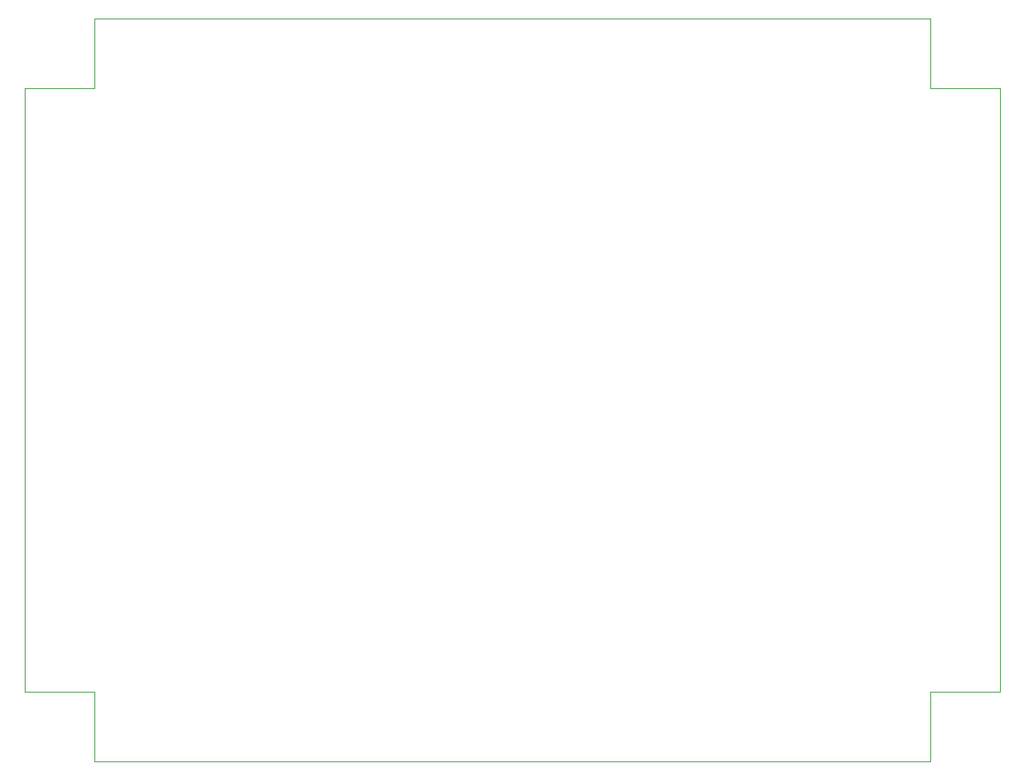
<source format=gbr>
G04 #@! TF.GenerationSoftware,KiCad,Pcbnew,(5.1.4-0-10_14)*
G04 #@! TF.CreationDate,2020-01-10T09:40:25-08:00*
G04 #@! TF.ProjectId,Griduino,47726964-7569-46e6-9f2e-6b696361645f,0*
G04 #@! TF.SameCoordinates,Original*
G04 #@! TF.FileFunction,Profile,NP*
%FSLAX46Y46*%
G04 Gerber Fmt 4.6, Leading zero omitted, Abs format (unit mm)*
G04 Created by KiCad (PCBNEW (5.1.4-0-10_14)) date 2020-01-10 09:40:25*
%MOMM*%
%LPD*%
G04 APERTURE LIST*
%ADD10C,0.050000*%
G04 APERTURE END LIST*
D10*
X172720000Y-68580000D02*
X172720000Y-60960000D01*
X180340000Y-68580000D02*
X172720000Y-68580000D01*
X180340000Y-134620000D02*
X180340000Y-68580000D01*
X172720000Y-134620000D02*
X180340000Y-134620000D01*
X172720000Y-142240000D02*
X172720000Y-134620000D01*
X81280000Y-142240000D02*
X172720000Y-142240000D01*
X81280000Y-134620000D02*
X81280000Y-142240000D01*
X73660000Y-134620000D02*
X81280000Y-134620000D01*
X73660000Y-68580000D02*
X73660000Y-134620000D01*
X81280000Y-68580000D02*
X73660000Y-68580000D01*
X81280000Y-60960000D02*
X81280000Y-68580000D01*
X172720000Y-60960000D02*
X81280000Y-60960000D01*
M02*

</source>
